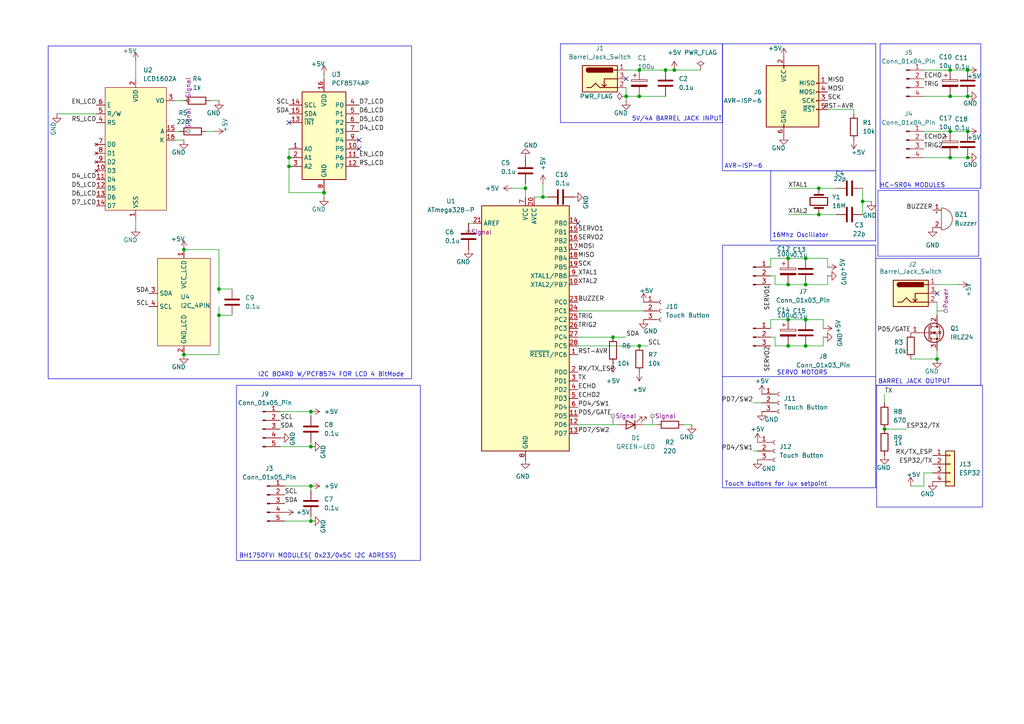
<source format=kicad_sch>
(kicad_sch (version 20250114) (generator "eeschema") (generator_version "9.0")
  (paper "A4")
  (lib_symbols
    (symbol "Connector:AVR-ISP-6" (pin_names (offset 1.016))
      (property "Reference" "J" (at -6.35 11.43 0))
      (property "Value" "AVR-ISP-6" (at 0 11.43 0))
      (symbol "AVR-ISP-6_1_1"
        (pin passive line (at -2.54 12.7 270) (length 2.54) (name "VCC") (number "2"))
        (pin passive line (at -2.54 -10.16 90) (length 2.54) (name "GND") (number "6"))
        (pin passive line (at 10.16 5.08 180) (length 2.54) (name "MISO") (number "1"))
        (pin passive line (at 10.16 2.54 180) (length 2.54) (name "MOSI") (number "4"))
        (pin passive line (at 10.16 0 180) (length 2.54) (name "SCK") (number "3"))
        (pin passive line (at 10.16 -2.54 180) (length 2.54) (name "~{RST}") (number "5"))
      )
    )
    (symbol "Connector:Barrel_Jack_Switch" (pin_names (hide yes))
      (property "Reference" "J" (at 0 5.334 0))
      (property "Value" "Barrel_Jack_Switch" (at 0 -5.08 0))
      (symbol "Barrel_Jack_Switch_1_1"
        (pin passive line (at 7.62 2.54 180) (length 2.54) (name "~") (number "1"))
        (pin passive line (at 7.62 0 180) (length 2.54) (name "~") (number "3"))
        (pin passive line (at 7.62 -2.54 180) (length 2.54) (name "~") (number "2"))
      )
    )
    (symbol "Connector:Conn_01x03_Pin" (pin_names (offset 1.016) (hide yes))
      (property "Reference" "J" (at 0 5.08 0))
      (property "Value" "Conn_01x03_Pin" (at 0 -5.08 0))
      (symbol "Conn_01x03_Pin_1_1"
        (pin passive line (at 5.08 2.54 180) (length 3.81) (name "Pin_1") (number "1"))
        (pin passive line (at 5.08 0 180) (length 3.81) (name "Pin_2") (number "2"))
        (pin passive line (at 5.08 -2.54 180) (length 3.81) (name "Pin_3") (number "3"))
      )
    )
    (symbol "Connector:Conn_01x03_Socket" (pin_names (offset 1.016) (hide yes))
      (property "Reference" "J" (at 0 5.08 0))
      (property "Value" "Conn_01x03_Socket" (at 0 -5.08 0))
      (symbol "Conn_01x03_Socket_1_1"
        (pin passive line (at -5.08 2.54 0) (length 3.81) (name "Pin_1") (number "1"))
        (pin passive line (at -5.08 0 0) (length 3.81) (name "Pin_2") (number "2"))
        (pin passive line (at -5.08 -2.54 0) (length 3.81) (name "Pin_3") (number "3"))
      )
    )
    (symbol "Connector:Conn_01x04_Pin" (pin_names (offset 1.016) (hide yes))
      (property "Reference" "J" (at 0 5.08 0))
      (property "Value" "Conn_01x04_Pin" (at 0 -7.62 0))
      (symbol "Conn_01x04_Pin_1_1"
        (pin passive line (at 5.08 2.54 180) (length 3.81) (name "Pin_1") (number "1"))
        (pin passive line (at 5.08 0 180) (length 3.81) (name "Pin_2") (number "2"))
        (pin passive line (at 5.08 -2.54 180) (length 3.81) (name "Pin_3") (number "3"))
        (pin passive line (at 5.08 -5.08 180) (length 3.81) (name "Pin_4") (number "4"))
      )
    )
    (symbol "Connector:Conn_01x05_Pin" (pin_names (offset 1.016) (hide yes))
      (property "Reference" "J" (at 0 7.62 0))
      (property "Value" "Conn_01x05_Pin" (at 0 -7.62 0))
      (symbol "Conn_01x05_Pin_1_1"
        (pin passive line (at 5.08 5.08 180) (length 3.81) (name "Pin_1") (number "1"))
        (pin passive line (at 5.08 2.54 180) (length 3.81) (name "Pin_2") (number "2"))
        (pin passive line (at 5.08 0 180) (length 3.81) (name "Pin_3") (number "3"))
        (pin passive line (at 5.08 -2.54 180) (length 3.81) (name "Pin_4") (number "4"))
        (pin passive line (at 5.08 -5.08 180) (length 3.81) (name "Pin_5") (number "5"))
      )
    )
    (symbol "Connector_Generic:Conn_01x04" (pin_names (offset 1.016) (hide yes))
      (property "Reference" "J" (at 0 5.08 0))
      (property "Value" "Conn_01x04" (at 0 -7.62 0))
      (symbol "Conn_01x04_1_1"
        (pin passive line (at -5.08 2.54 0) (length 3.81) (name "Pin_1") (number "1"))
        (pin passive line (at -5.08 0 0) (length 3.81) (name "Pin_2") (number "2"))
        (pin passive line (at -5.08 -2.54 0) (length 3.81) (name "Pin_3") (number "3"))
        (pin passive line (at -5.08 -5.08 0) (length 3.81) (name "Pin_4") (number "4"))
      )
    )
    (symbol "Device:Buzzer" (pin_names (offset 0.0254) (hide yes))
      (property "Reference" "BZ" (at 3.81 1.27 0))
      (property "Value" "Buzzer" (at 3.81 -1.27 0))
      (symbol "Buzzer_1_1"
        (pin passive line (at -2.54 2.54 0) (length 2.54) (name "+") (number "1"))
        (pin passive line (at -2.54 -2.54 0) (length 2.54) (name "-") (number "2"))
      )
    )
    (symbol "Device:C" (pin_numbers (hide yes)) (pin_names (offset 0.254))
      (property "Reference" "C" (at 0.635 2.54 0))
      (property "Value" "C" (at 0.635 -2.54 0))
      (symbol "C_1_1"
        (pin passive line (at 0 3.81 270) (length 2.794) (name "~") (number "1"))
        (pin passive line (at 0 -3.81 90) (length 2.794) (name "~") (number "2"))
      )
    )
    (symbol "Device:C_Polarized" (pin_numbers (hide yes)) (pin_names (offset 0.254))
      (property "Reference" "C" (at 0.635 2.54 0))
      (property "Value" "C_Polarized" (at 0.635 -2.54 0))
      (symbol "C_Polarized_1_1"
        (pin passive line (at 0 3.81 270) (length 2.794) (name "~") (number "1"))
        (pin passive line (at 0 -3.81 90) (length 2.794) (name "~") (number "2"))
      )
    )
    (symbol "Device:Crystal" (pin_numbers (hide yes)) (pin_names (offset 1.016) (hide yes))
      (property "Reference" "Y" (at 0 3.81 0))
      (property "Value" "Crystal" (at 0 -3.81 0))
      (symbol "Crystal_1_1"
        (pin passive line (at -3.81 0 0) (length 1.27) (name "1") (number "1"))
        (pin passive line (at 3.81 0 180) (length 1.27) (name "2") (number "2"))
      )
    )
    (symbol "Device:LED" (pin_numbers (hide yes)) (pin_names (offset 1.016) (hide yes))
      (property "Reference" "D" (at 0 2.54 0))
      (property "Value" "LED" (at 0 -2.54 0))
      (symbol "LED_1_1"
        (pin passive line (at -3.81 0 0) (length 2.54) (name "K") (number "1"))
        (pin passive line (at 3.81 0 180) (length 2.54) (name "A") (number "2"))
      )
    )
    (symbol "Device:R" (pin_numbers (hide yes)) (pin_names (offset 0))
      (property "Reference" "R" (at 2.032 0 90))
      (property "Value" "R" (at 0 0 90))
      (symbol "R_1_1"
        (pin passive line (at 0 3.81 270) (length 1.27) (name "~") (number "1"))
        (pin passive line (at 0 -3.81 90) (length 1.27) (name "~") (number "2"))
      )
    )
    (symbol "Interface_Expansion:PCF8574AP"
      (property "Reference" "U" (at -6.35 12.954 0))
      (property "Value" "PCF8574AP" (at 3.048 12.954 0))
      (symbol "PCF8574AP_1_1"
        (pin input line (at -10.16 7.62 0) (length 3.81) (name "SCL") (number "14"))
        (pin bidirectional line (at -10.16 5.08 0) (length 3.81) (name "SDA") (number "15"))
        (pin open_collector line (at -10.16 2.54 0) (length 3.81) (name "~{INT}") (number "13"))
        (pin input line (at -10.16 -5.08 0) (length 3.81) (name "A0") (number "1"))
        (pin input line (at -10.16 -7.62 0) (length 3.81) (name "A1") (number "2"))
        (pin input line (at -10.16 -10.16 0) (length 3.81) (name "A2") (number "3"))
        (pin power_in line (at 0 15.24 270) (length 3.81) (name "VDD") (number "16"))
        (pin power_in line (at 0 -17.78 90) (length 3.81) (name "GND") (number "8"))
        (pin bidirectional line (at 10.16 7.62 180) (length 3.81) (name "P0") (number "4"))
        (pin bidirectional line (at 10.16 5.08 180) (length 3.81) (name "P1") (number "5"))
        (pin bidirectional line (at 10.16 2.54 180) (length 3.81) (name "P2") (number "6"))
        (pin bidirectional line (at 10.16 0 180) (length 3.81) (name "P3") (number "7"))
        (pin bidirectional line (at 10.16 -2.54 180) (length 3.81) (name "P4") (number "9"))
        (pin bidirectional line (at 10.16 -5.08 180) (length 3.81) (name "P5") (number "10"))
        (pin bidirectional line (at 10.16 -7.62 180) (length 3.81) (name "P6") (number "11"))
        (pin bidirectional line (at 10.16 -10.16 180) (length 3.81) (name "P7") (number "12"))
      )
    )
    (symbol "MCU_Microchip_ATmega:ATmega328-P"
      (property "Reference" "U" (at -12.7 36.83 0))
      (property "Value" "ATmega328-P" (at 2.54 -36.83 0))
      (symbol "ATmega328-P_1_1"
        (pin passive line (at -15.24 30.48 0) (length 2.54) (name "AREF") (number "21"))
        (pin power_in line (at 0 38.1 270) (length 2.54) (name "VCC") (number "7"))
        (pin passive line (at 0 -38.1 90) (length 2.54) (hide yes) (name "GND") (number "22"))
        (pin power_in line (at 0 -38.1 90) (length 2.54) (name "GND") (number "8"))
        (pin power_in line (at 2.54 38.1 270) (length 2.54) (name "AVCC") (number "20"))
        (pin bidirectional line (at 15.24 30.48 180) (length 2.54) (name "PB0") (number "14"))
        (pin bidirectional line (at 15.24 27.94 180) (length 2.54) (name "PB1") (number "15"))
        (pin bidirectional line (at 15.24 25.4 180) (length 2.54) (name "PB2") (number "16"))
        (pin bidirectional line (at 15.24 22.86 180) (length 2.54) (name "PB3") (number "17"))
        (pin bidirectional line (at 15.24 20.32 180) (length 2.54) (name "PB4") (number "18"))
        (pin bidirectional line (at 15.24 17.78 180) (length 2.54) (name "PB5") (number "19"))
        (pin bidirectional line (at 15.24 15.24 180) (length 2.54) (name "XTAL1/PB6") (number "9"))
        (pin bidirectional line (at 15.24 12.7 180) (length 2.54) (name "XTAL2/PB7") (number "10"))
        (pin bidirectional line (at 15.24 7.62 180) (length 2.54) (name "PC0") (number "23"))
        (pin bidirectional line (at 15.24 5.08 180) (length 2.54) (name "PC1") (number "24"))
        (pin bidirectional line (at 15.24 2.54 180) (length 2.54) (name "PC2") (number "25"))
        (pin bidirectional line (at 15.24 0 180) (length 2.54) (name "PC3") (number "26"))
        (pin bidirectional line (at 15.24 -2.54 180) (length 2.54) (name "PC4") (number "27"))
        (pin bidirectional line (at 15.24 -5.08 180) (length 2.54) (name "PC5") (number "28"))
        (pin bidirectional line (at 15.24 -7.62 180) (length 2.54) (name "~{RESET}/PC6") (number "1"))
        (pin bidirectional line (at 15.24 -12.7 180) (length 2.54) (name "PD0") (number "2"))
        (pin bidirectional line (at 15.24 -15.24 180) (length 2.54) (name "PD1") (number "3"))
        (pin bidirectional line (at 15.24 -17.78 180) (length 2.54) (name "PD2") (number "4"))
        (pin bidirectional line (at 15.24 -20.32 180) (length 2.54) (name "PD3") (number "5"))
        (pin bidirectional line (at 15.24 -22.86 180) (length 2.54) (name "PD4") (number "6"))
        (pin bidirectional line (at 15.24 -25.4 180) (length 2.54) (name "PD5") (number "11"))
        (pin bidirectional line (at 15.24 -27.94 180) (length 2.54) (name "PD6") (number "12"))
        (pin bidirectional line (at 15.24 -30.48 180) (length 2.54) (name "PD7") (number "13"))
      )
    )
    (symbol "Transistor_FET:IRLZ24" (pin_names (hide yes))
      (property "Reference" "Q" (at 5.08 1.905 0))
      (property "Value" "IRLZ24" (at 5.08 0 0))
      (symbol "IRLZ24_1_1"
        (pin input line (at -5.08 0 0) (length 2.54) (name "G") (number "1"))
        (pin passive line (at 2.54 5.08 270) (length 2.54) (name "D") (number "2"))
        (pin passive line (at 2.54 -5.08 90) (length 2.54) (name "S") (number "3"))
      )
    )
    (symbol "lcd1602A:I2C_PCF8574_4PIN"
      (symbol "I2C_PCF8574_4PIN_1_1"
        (pin passive line (at -10.16 2.54 0) (length 2.54) (name "SDA") (number "3"))
        (pin passive line (at -10.16 -1.27 0) (length 2.54) (name "SCL") (number "4"))
        (pin power_in line (at 0 15.24 270) (length 2.54) (name "VCC_LCD") (number "1"))
        (pin power_in line (at 0 -15.24 90) (length 2.54) (name "GND_LCD") (number "2"))
      )
    )
    (symbol "lcd1602A:LCD1602A"
      (property "Reference" "U" (at 0 0 0))
      (property "Value" "LCD1602A" (at 5.842 -19.05 0))
      (symbol "LCD1602A_1_1"
        (pin input line (at -11.43 12.7 0) (length 2.54) (name "E") (number "6"))
        (pin input line (at -11.43 10.16 0) (length 2.54) (name "R/W") (number "5"))
        (pin input line (at -11.43 7.62 0) (length 2.54) (name "RS") (number "4"))
        (pin no_connect line (at -11.43 1.27 0) (length 2.54) (name "D0") (number "7"))
        (pin no_connect line (at -11.43 -1.27 0) (length 2.54) (name "D1") (number "8"))
        (pin no_connect line (at -11.43 -3.81 0) (length 2.54) (name "D2") (number "9"))
        (pin no_connect line (at -11.43 -6.35 0) (length 2.54) (name "D3") (number "10"))
        (pin bidirectional line (at -11.43 -8.89 0) (length 2.54) (name "D4") (number "11"))
        (pin bidirectional line (at -11.43 -11.43 0) (length 2.54) (name "D5") (number "12"))
        (pin bidirectional line (at -11.43 -13.97 0) (length 2.54) (name "D6") (number "13"))
        (pin bidirectional line (at -11.43 -16.51 0) (length 2.54) (name "D7") (number "14"))
        (pin power_in line (at 0 20.32 270) (length 2.54) (name "VDD") (number "2"))
        (pin power_in line (at 0 -20.32 90) (length 2.54) (name "VSS") (number "1"))
        (pin input line (at 11.43 13.97 180) (length 2.54) (name "VO") (number "3"))
        (pin output line (at 11.43 5.08 180) (length 2.54) (name "A") (number "15"))
        (pin input line (at 11.43 2.54 180) (length 2.54) (name "K") (number "16"))
      )
    )
    (symbol "power:+5V" (power) (pin_numbers (hide yes)) (pin_names (offset 0) (hide yes))
      (property "Value" "+5V" (at 0 3.556 0))
      (symbol "+5V_1_1"
        (pin power_in line (at 0 0 90) (length 0) (name "~") (number "1"))
      )
    )
    (symbol "power:GND" (power) (pin_numbers (hide yes)) (pin_names (offset 0) (hide yes))
      (property "Value" "GND" (at 0 -3.81 0))
      (symbol "GND_1_1"
        (pin power_in line (at 0 0 270) (length 0) (name "~") (number "1"))
      )
    )
    (symbol "power:PWR_FLAG" (power) (pin_numbers (hide yes)) (pin_names (offset 0) (hide yes))
      (property "Value" "PWR_FLAG" (at 0 3.81 0))
      (symbol "PWR_FLAG_0_0"
        (pin power_out line (at 0 0 90) (length 0) (name "~") (number "1"))
      )
    )
  )
  (rectangle (start 68.58 111.76) (end 121.92 162.56))
  (rectangle (start 255.27 12.7) (end 284.48 54.61))
  (rectangle (start 162.56 12.7) (end 209.55 35.56))
  (rectangle (start 13.97 13.335) (end 119.38 109.855))
  (rectangle (start 209.55 12.7) (end 254 49.53))
  (rectangle (start 254.635 55.245) (end 283.845 74.295))
  (rectangle (start 209.55 71.12) (end 254 109.22))
  (rectangle (start 223.52 49.53) (end 254 69.85))
  (rectangle (start 254 74.93) (end 284.48 111.76))
  (rectangle (start 254.254 111.76) (end 284.988 147.066))
  (text "I2C BOARD W/PCF8574 FOR LCD 4 BitMode\n" (at 96.012 108.712 0) (effects (font (size 1.27 1.27))))
  (text "Touch buttons for lux setpoint\n" (at 225.044 140.462 0) (effects (font (size 1.27 1.27))))
  (text "16Mhz Oscillator" (at 232.156 68.326 0) (effects (font (size 1.27 1.27))))
  (text "5V/4A BARREL JACK INPUT\n" (at 196.342 34.544 0) (effects (font (size 1.27 1.27))))
  (text "SERVO MOTORS\n" (at 232.664 108.204 0) (effects (font (size 1.27 1.27))))
  (text "BH1750FVI MODULES( 0x23/0x5C I2C ADRESS)\n" (at 92.202 161.29 0) (effects (font (size 1.27 1.27))))
  (text "AVR-ISP-6\n" (at 215.646 48.26 0) (effects (font (size 1.27 1.27))))
  (text "BARREL JACK OUTPUT" (at 265.176 110.744 0) (effects (font (size 1.27 1.27))))
  (text "HC-SR04 MODULES\n" (at 264.668 53.848 0) (effects (font (size 1.27 1.27))))
  (junction (at 90.17 151.13))
  (junction (at 177.8 97.79))
  (junction (at 256.54 124.46))
  (junction (at 93.98 55.88))
  (junction (at 185.42 100.33))
  (junction (at 228.6 82.55))
  (junction (at 280.67 27.94))
  (junction (at 181.61 27.94))
  (junction (at 228.6 100.33))
  (junction (at 233.68 74.93))
  (junction (at 90.17 119.38))
  (junction (at 53.34 72.39))
  (junction (at 280.67 20.32))
  (junction (at 275.59 20.32))
  (junction (at 83.82 48.26))
  (junction (at 233.68 100.33))
  (junction (at 275.59 27.94))
  (junction (at 228.6 74.93))
  (junction (at 237.49 62.23))
  (junction (at 280.67 45.72))
  (junction (at 185.42 20.32))
  (junction (at 53.34 102.87))
  (junction (at 152.4 54.61))
  (junction (at 233.68 82.55))
  (junction (at 83.82 45.72))
  (junction (at 228.6 92.71))
  (junction (at 275.59 45.72))
  (junction (at 271.78 104.14))
  (junction (at 193.04 20.32))
  (junction (at 233.68 92.71))
  (junction (at 275.59 38.1))
  (junction (at 195.58 20.32))
  (junction (at 90.17 129.54))
  (junction (at 185.42 27.94))
  (junction (at 280.67 38.1))
  (junction (at 63.5 83.82))
  (junction (at 90.17 140.97))
  (junction (at 250.19 58.42))
  (junction (at 157.48 57.15))
  (junction (at 237.49 54.61))
  (junction (at 63.5 91.44))
  (no_connect (at 104.14 40.64))
  (no_connect (at 167.64 64.77))
  (no_connect (at 104.14 43.18))
  (no_connect (at 83.82 35.56))
  (no_connect (at 271.78 85.09))
  (no_connect (at 181.61 22.86))
  (wire (pts (xy 280.67 20.32) (xy 275.59 20.32)))
  (wire (pts (xy 135.89 64.77) (xy 137.16 64.77)))
  (wire (pts (xy 223.52 97.79) (xy 224.79 97.79)))
  (wire (pts (xy 93.98 57.15) (xy 93.98 55.88)))
  (wire (pts (xy 63.5 83.82) (xy 63.5 85.09)))
  (wire (pts (xy 63.5 72.39) (xy 63.5 83.82)))
  (wire (pts (xy 233.68 92.71) (xy 238.76 92.71)))
  (wire (pts (xy 228.6 100.33) (xy 233.68 100.33)))
  (wire (pts (xy 90.17 128.27) (xy 90.17 129.54)))
  (wire (pts (xy 224.79 80.01) (xy 224.79 82.55)))
  (wire (pts (xy 280.67 38.1) (xy 275.59 38.1)))
  (wire (pts (xy 238.76 92.71) (xy 238.76 95.25)))
  (polyline (pts (xy 254 109.22) (xy 254 141.478)))
  (wire (pts (xy 228.6 82.55) (xy 233.68 82.55)))
  (wire (pts (xy 237.49 62.23) (xy 242.57 62.23)))
  (wire (pts (xy 275.59 38.1) (xy 267.97 38.1)))
  (wire (pts (xy 250.19 54.61) (xy 250.19 58.42)))
  (wire (pts (xy 181.61 27.94) (xy 181.61 29.21)))
  (wire (pts (xy 63.5 91.44) (xy 63.5 102.87)))
  (wire (pts (xy 53.34 29.21) (xy 50.8 29.21)))
  (wire (pts (xy 233.68 100.33) (xy 238.76 100.33)))
  (wire (pts (xy 250.19 58.42) (xy 252.73 58.42)))
  (wire (pts (xy 271.78 104.14) (xy 271.78 101.6)))
  (wire (pts (xy 223.52 92.71) (xy 228.6 92.71)))
  (wire (pts (xy 152.4 54.61) (xy 148.59 54.61)))
  (wire (pts (xy 63.5 83.82) (xy 67.31 83.82)))
  (wire (pts (xy 157.48 57.15) (xy 154.94 57.15)))
  (wire (pts (xy 195.58 20.32) (xy 203.2 20.32)))
  (wire (pts (xy 185.42 100.33) (xy 167.64 100.33)))
  (wire (pts (xy 16.51 33.02) (xy 27.94 33.02)))
  (wire (pts (xy 224.79 82.55) (xy 228.6 82.55)))
  (wire (pts (xy 271.78 87.63) (xy 271.78 91.44)))
  (wire (pts (xy 278.13 82.55) (xy 271.78 82.55)))
  (wire (pts (xy 90.17 140.97) (xy 82.55 140.97)))
  (wire (pts (xy 256.54 114.3) (xy 256.54 116.84)))
  (wire (pts (xy 90.17 151.13) (xy 82.55 151.13)))
  (wire (pts (xy 190.5 123.19) (xy 186.69 123.19)))
  (wire (pts (xy 240.03 82.55) (xy 240.03 80.01)))
  (wire (pts (xy 39.37 63.5) (xy 39.37 66.04)))
  (wire (pts (xy 218.44 130.81) (xy 219.71 130.81)))
  (wire (pts (xy 247.65 31.75) (xy 247.65 33.02)))
  (wire (pts (xy 53.34 40.64) (xy 50.8 40.64)))
  (wire (pts (xy 275.59 20.32) (xy 267.97 20.32)))
  (polyline (pts (xy 209.55 109.22) (xy 209.55 141.478)))
  (wire (pts (xy 280.67 45.72) (xy 275.59 45.72)))
  (wire (pts (xy 90.17 140.97) (xy 90.17 142.24)))
  (wire (pts (xy 275.59 27.94) (xy 267.97 27.94)))
  (wire (pts (xy 83.82 48.26) (xy 83.82 55.88)))
  (wire (pts (xy 224.79 97.79) (xy 224.79 100.33)))
  (wire (pts (xy 238.76 100.33) (xy 238.76 97.79)))
  (wire (pts (xy 63.5 29.21) (xy 60.96 29.21)))
  (wire (pts (xy 39.37 17.78) (xy 39.37 22.86)))
  (wire (pts (xy 90.17 149.86) (xy 90.17 151.13)))
  (wire (pts (xy 280.67 27.94) (xy 275.59 27.94)))
  (wire (pts (xy 52.07 38.1) (xy 50.8 38.1)))
  (wire (pts (xy 185.42 20.32) (xy 193.04 20.32)))
  (wire (pts (xy 200.66 123.19) (xy 198.12 123.19)))
  (wire (pts (xy 62.23 38.1) (xy 59.69 38.1)))
  (wire (pts (xy 83.82 45.72) (xy 83.82 48.26)))
  (wire (pts (xy 152.4 54.61) (xy 152.4 57.15)))
  (wire (pts (xy 187.96 100.33) (xy 185.42 100.33)))
  (wire (pts (xy 63.5 102.87) (xy 53.34 102.87)))
  (wire (pts (xy 53.34 72.39) (xy 63.5 72.39)))
  (wire (pts (xy 63.5 91.44) (xy 67.31 91.44)))
  (polyline (pts (xy 209.55 141.478) (xy 254 141.478)))
  (wire (pts (xy 90.17 119.38) (xy 90.17 120.65)))
  (wire (pts (xy 256.54 124.46) (xy 262.89 124.46)))
  (wire (pts (xy 177.8 97.79) (xy 167.64 97.79)))
  (wire (pts (xy 275.59 45.72) (xy 267.97 45.72)))
  (wire (pts (xy 250.19 58.42) (xy 250.19 62.23)))
  (wire (pts (xy 181.61 25.4) (xy 181.61 27.94)))
  (wire (pts (xy 264.16 104.14) (xy 271.78 104.14)))
  (wire (pts (xy 63.5 88.9) (xy 63.5 91.44)))
  (wire (pts (xy 240.03 31.75) (xy 247.65 31.75)))
  (wire (pts (xy 223.52 80.01) (xy 224.79 80.01)))
  (wire (pts (xy 233.68 74.93) (xy 240.03 74.93)))
  (wire (pts (xy 223.52 77.47) (xy 223.52 74.93)))
  (wire (pts (xy 218.44 116.84) (xy 220.98 116.84)))
  (wire (pts (xy 167.64 90.17) (xy 186.69 90.17)))
  (wire (pts (xy 181.61 27.94) (xy 185.42 27.94)))
  (wire (pts (xy 158.75 57.15) (xy 157.48 57.15)))
  (wire (pts (xy 267.97 137.16) (xy 267.97 140.97)))
  (wire (pts (xy 185.42 27.94) (xy 193.04 27.94)))
  (wire (pts (xy 157.48 57.15) (xy 157.48 53.34)))
  (wire (pts (xy 223.52 95.25) (xy 223.52 92.71)))
  (wire (pts (xy 90.17 119.38) (xy 81.28 119.38)))
  (wire (pts (xy 228.6 54.61) (xy 237.49 54.61)))
  (wire (pts (xy 224.79 100.33) (xy 228.6 100.33)))
  (wire (pts (xy 223.52 74.93) (xy 228.6 74.93)))
  (wire (pts (xy 93.98 21.59) (xy 93.98 22.86)))
  (wire (pts (xy 167.64 123.19) (xy 179.07 123.19)))
  (wire (pts (xy 264.16 140.97) (xy 267.97 140.97)))
  (wire (pts (xy 237.49 54.61) (xy 242.57 54.61)))
  (wire (pts (xy 233.68 82.55) (xy 240.03 82.55)))
  (wire (pts (xy 177.8 97.79) (xy 181.61 97.79)))
  (wire (pts (xy 181.61 20.32) (xy 185.42 20.32)))
  (wire (pts (xy 152.4 53.34) (xy 152.4 54.61)))
  (wire (pts (xy 270.51 137.16) (xy 267.97 137.16)))
  (wire (pts (xy 228.6 74.93) (xy 233.68 74.93)))
  (wire (pts (xy 228.6 92.71) (xy 233.68 92.71)))
  (wire (pts (xy 240.03 74.93) (xy 240.03 77.47)))
  (wire (pts (xy 90.17 129.54) (xy 81.28 129.54)))
  (wire (pts (xy 83.82 43.18) (xy 83.82 45.72)))
  (wire (pts (xy 193.04 20.32) (xy 195.58 20.32)))
  (wire (pts (xy 228.6 62.23) (xy 237.49 62.23)))
  (wire (pts (xy 83.82 55.88) (xy 93.98 55.88)))
  (label "SCK" (at 240.03 29.21 0))
  (label "ESP32{slash}TX" (at 270.51 134.62 180))
  (label "BUZZER" (at 270.51 60.96 180))
  (label "SDA" (at 82.55 146.05 0))
  (label "PD5{slash}GATE" (at 167.64 120.65 0))
  (label "XTAL2" (at 167.64 82.55 0))
  (label "RS_LCD" (at 27.94 35.56 180))
  (label "SCL" (at 187.96 100.33 0))
  (label "ECHO2" (at 267.97 40.64 0))
  (label "RST-AVR" (at 247.65 31.75 180))
  (label "SERVO2" (at 167.64 69.85 0))
  (label "MOSI" (at 167.64 72.39 0))
  (label "PD7{slash}SW2" (at 167.64 125.73 0))
  (label "D7_LCD" (at 104.14 30.48 0))
  (label "XTAL1" (at 167.64 80.01 0))
  (label "TX" (at 256.54 114.3 0))
  (label "EN_LCD" (at 104.14 45.72 0))
  (label "SCK" (at 167.64 77.47 0))
  (label "SERVO1" (at 223.52 82.55 270))
  (label "D4_LCD" (at 104.14 38.1 0))
  (label "PD7{slash}SW2" (at 218.44 116.84 180))
  (label "SDA" (at 43.18 85.09 180))
  (label "D5_LCD" (at 104.14 35.56 0))
  (label "TRIG" (at 267.97 25.4 0))
  (label "ECHO" (at 167.64 113.03 0))
  (label "D6_LCD" (at 27.94 57.15 180))
  (label "RX{slash}TX_ESP" (at 270.51 132.08 180))
  (label "TRIG" (at 167.64 92.71 0))
  (label "SERVO2" (at 223.52 100.33 270))
  (label "XTAL2" (at 228.6 62.23 0))
  (label "SCL" (at 82.55 143.51 0))
  (label "SDA" (at 83.82 33.02 180))
  (label "D6_LCD" (at 104.14 33.02 0))
  (label "TRIG2" (at 267.97 43.18 0))
  (label "SCL" (at 43.18 88.9 180))
  (label "RX{slash}TX_ESP" (at 167.64 107.95 0))
  (label "PD4{slash}SW1" (at 218.44 130.81 180))
  (label "ECHO2" (at 167.64 115.57 0))
  (label "EN_LCD" (at 27.94 30.48 180))
  (label "SERVO1" (at 167.64 67.31 0))
  (label "MISO" (at 240.03 24.13 0))
  (label "XTAL1" (at 228.6 54.61 0))
  (label "PD4{slash}SW1" (at 167.64 118.11 0))
  (label "SDA" (at 181.61 97.79 0))
  (label "MOSI" (at 240.03 26.67 0))
  (label "RST-AVR" (at 167.64 102.87 0))
  (label "SCL" (at 81.28 121.92 0))
  (label "BUZZER" (at 167.64 87.63 0))
  (label "MISO" (at 167.64 74.93 0))
  (label "SCL" (at 83.82 30.48 180))
  (label "RS_LCD" (at 104.14 48.26 0))
  (label "PD5{slash}GATE" (at 264.16 96.52 180))
  (label "D4_LCD" (at 27.94 52.07 180))
  (label "ESP32{slash}TX" (at 262.89 124.46 0))
  (label "TRIG2" (at 167.64 95.25 0))
  (label "TX" (at 167.64 110.49 0))
  (label "ECHO" (at 267.97 22.86 0))
  (label "SDA" (at 81.28 124.46 0))
  (label "D5_LCD" (at 27.94 54.61 180))
  (label "D7_LCD" (at 27.94 59.69 180))
  (netclass_flag "" (length 2.54) (shape round) (at 189.23 123.19 0) (property "Netclass" "Signal" (at 189.9285 120.65 0) (effects (justify left))))
  (netclass_flag "" (length 2.54) (shape round) (at 52.07 38.1 270) (property "Netclass" "Signal" (at 54.61 37.4015 90) (effects (justify left))))
  (netclass_flag "" (length 2.54) (shape round) (at 177.8 123.19 0) (property "Netclass" "Signal" (at 178.4985 120.65 0) (effects (justify left))))
  (netclass_flag "" (length 2.54) (shape round) (at 135.89 64.77 180) (property "Netclass" "Signal" (at 136.5885 67.31 0) (effects (justify left))))
  (netclass_flag "" (length 2.54) (shape round) (at 52.07 29.21 270) (property "Netclass" "Signal" (at 54.61 28.5115 90) (effects (justify left))))
  (netclass_flag "" (length 2.54) (shape round) (at 271.78 90.17 270) (property "Netclass" "Power" (at 274.32 89.4715 90) (effects (justify left))))
  (symbol (lib_id "power:+5V") (at 280.67 20.32 270) (unit 1)
    (property "Reference" "#PWR013" (effects (hide yes)))
    (property "Value" "+5V" (at 280.416 22.098 90) (effects (justify left)))
    (property "Description" "Power symbol creates a global label with name \"+5V\"" (effects (hide yes)))
  )
  (symbol (lib_id "power:GND") (at 252.73 58.42 0) (unit 1)
    (property "Reference" "#PWR09" (effects (hide yes)))
    (property "Value" "GND" (at 252.222 62.484 0))
    (property "Description" "Power symbol creates a global label with name \"GND\" , ground" (effects (hide yes)))
  )
  (symbol (lib_id "power:+5V") (at 238.76 95.25 270) (unit 1)
    (property "Reference" "#PWR024" (effects (hide yes)))
    (property "Value" "+5V" (at 243.078 94.742 0))
    (property "Description" "Power symbol creates a global label with name \"+5V\"" (effects (hide yes)))
  )
  (symbol (lib_id "power:GND") (at 93.98 57.15 0) (unit 1)
    (property "Reference" "#PWR036" (effects (hide yes)))
    (property "Value" "GND" (at 92.456 60.706 0))
    (property "Description" "Power symbol creates a global label with name \"GND\" , ground" (effects (hide yes)))
  )
  (symbol (lib_id "Device:C") (at 246.38 62.23 90) (unit 1)
    (property "Reference" "C3" (at 249.174 65.278 90))
    (property "Value" "22p" (at 249.174 67.818 90))
    (property "Footprint" "Capacitor_THT:C_Disc_D3.0mm_W2.0mm_P2.50mm" (effects (hide yes)))
    (property "Description" "Unpolarized capacitor" (effects (hide yes)))
  )
  (symbol (lib_id "power:GND") (at 90.17 129.54 90) (unit 1)
    (property "Reference" "#PWR033" (effects (hide yes)))
    (property "Value" "GND" (at 93.726 131.064 0))
    (property "Description" "Power symbol creates a global label with name \"GND\" , ground" (effects (hide yes)))
  )
  (symbol (lib_id "Device:Buzzer") (at 273.05 63.5 0) (unit 1)
    (property "Reference" "BZ1" (at 276.86 62.2299 0) (effects (justify left)))
    (property "Value" "Buzzer" (at 276.86 64.7699 0) (effects (justify left)))
    (property "Footprint" "Buzzer_Beeper:Buzzer_12x9.5RM7.6" (effects (hide yes)))
    (property "Description" "Buzzer, polarized" (effects (hide yes)))
  )
  (symbol (lib_id "Device:C") (at 280.67 41.91 0) (unit 1)
    (property "Reference" "C18" (at 276.86 34.544 0) (effects (justify left)))
    (property "Value" "0.1u" (at 276.86 37.084 0) (effects (justify left)))
    (property "Footprint" "Capacitor_THT:C_Disc_D3.0mm_W2.0mm_P2.50mm" (effects (hide yes)))
    (property "Description" "Unpolarized capacitor" (effects (hide yes)))
  )
  (symbol (lib_id "Connector:Conn_01x03_Pin") (at 218.44 97.79 0) (unit 1)
    (property "Reference" "J8" (at 238.76 103.378 0))
    (property "Value" "Conn_01x03_Pin" (at 238.76 105.918 0))
    (property "Footprint" "Connector_PinHeader_2.54mm:PinHeader_1x03_P2.54mm_Vertical" (effects (hide yes)))
    (property "Description" "Generic connector, single row, 01x03, script generated" (effects (hide yes)))
  )
  (symbol (lib_id "Device:LED") (at 182.88 123.19 180) (unit 1)
    (property "Reference" "D1" (at 184.404 127 0))
    (property "Value" "GREEN-LED" (at 184.404 129.54 0))
    (property "Footprint" "LED_THT:LED_D5.0mm" (effects (hide yes)))
    (property "Description" "Light emitting diode" (effects (hide yes)))
    (property "Sim.Pins" "1=K 2=A" (effects (hide yes)))
  )
  (symbol (lib_id "Device:C") (at 233.68 78.74 0) (unit 1)
    (property "Reference" "C13" (at 229.87 72.39 0) (effects (justify left)))
    (property "Value" "0.1u" (at 229.87 73.914 0) (effects (justify left)))
    (property "Footprint" "Capacitor_THT:C_Disc_D3.0mm_W2.0mm_P2.50mm" (effects (hide yes)))
    (property "Description" "Unpolarized capacitor" (effects (hide yes)))
  )
  (symbol (lib_id "Device:C") (at 246.38 54.61 90) (unit 1)
    (property "Reference" "C4" (at 243.586 50.292 90))
    (property "Value" "22p" (at 243.586 51.816 90))
    (property "Footprint" "Capacitor_THT:C_Disc_D3.0mm_W2.0mm_P2.50mm" (effects (hide yes)))
    (property "Description" "Unpolarized capacitor" (effects (hide yes)))
  )
  (symbol (lib_id "Device:R") (at 177.8 101.6 0) (unit 1)
    (property "Reference" "R6" (at 180.34 100.3299 0) (effects (justify left)))
    (property "Value" "10k" (at 179.07 105.41 0) (effects (justify left)))
    (property "Footprint" "Resistor_THT:R_Axial_DIN0204_L3.6mm_D1.6mm_P5.08mm_Horizontal" (effects (hide yes)))
    (property "Description" "Resistor" (effects (hide yes)))
  )
  (symbol (lib_id "power:+5V") (at 264.16 140.97 0) (unit 1)
    (property "Reference" "#PWR051" (effects (hide yes)))
    (property "Value" "+5V" (at 264.922 137.668 0))
    (property "Description" "Power symbol creates a global label with name \"+5V\"" (effects (hide yes)))
  )
  (symbol (lib_id "lcd1602A:LCD1602A") (at 39.37 43.18 0) (unit 1)
    (property "Reference" "U2" (at 41.5133 20.32 0) (effects (justify left)))
    (property "Value" "LCD1602A" (at 41.5133 22.86 0) (effects (justify left)))
  )
  (symbol (lib_id "power:GND") (at 39.37 66.04 0) (unit 1)
    (property "Reference" "#PWR030" (effects (hide yes)))
    (property "Value" "GND" (at 37.846 69.596 0))
    (property "Description" "Power symbol creates a global label with name \"GND\" , ground" (effects (hide yes)))
  )
  (symbol (lib_id "power:GND") (at 90.17 151.13 90) (unit 1)
    (property "Reference" "#PWR05" (effects (hide yes)))
    (property "Value" "GND" (at 93.726 152.654 0))
    (property "Description" "Power symbol creates a global label with name \"GND\" , ground" (effects (hide yes)))
  )
  (symbol (lib_id "power:GND") (at 280.67 45.72 90) (unit 1)
    (property "Reference" "#PWR040" (effects (hide yes)))
    (property "Value" "GND" (at 281.432 47.752 90))
    (property "Description" "Power symbol creates a global label with name \"GND\" , ground" (effects (hide yes)))
  )
  (symbol (lib_id "power:+5V") (at 247.65 40.64 180) (unit 1)
    (property "Reference" "#PWR06" (effects (hide yes)))
    (property "Value" "+5V" (at 248.92 44.196 0))
    (property "Description" "Power symbol creates a global label with name \"+5V\"" (effects (hide yes)))
  )
  (symbol (lib_id "power:GND") (at 53.34 102.87 0) (unit 1)
    (property "Reference" "#PWR043" (effects (hide yes)))
    (property "Value" "GND" (at 51.816 106.426 0))
    (property "Description" "Power symbol creates a global label with name \"GND\" , ground" (effects (hide yes)))
  )
  (symbol (lib_id "power:GND") (at 16.51 33.02 0) (unit 1)
    (property "Reference" "#PWR031" (effects (hide yes)))
    (property "Value" "GND" (at 15.494 37.338 90))
    (property "Description" "Power symbol creates a global label with name \"GND\" , ground" (effects (hide yes)))
  )
  (symbol (lib_id "Device:C") (at 193.04 24.13 0) (unit 1)
    (property "Reference" "C2" (at 196.85 22.8599 0) (effects (justify left)))
    (property "Value" "0.1u" (at 196.85 25.3999 0) (effects (justify left)))
    (property "Footprint" "Capacitor_THT:C_Disc_D3.0mm_W2.0mm_P2.50mm" (effects (hide yes)))
    (property "Description" "Unpolarized capacitor" (effects (hide yes)))
  )
  (symbol (lib_id "Device:C") (at 67.31 87.63 0) (unit 1)
    (property "Reference" "C9" (at 71.12 86.3599 0) (effects (justify left)))
    (property "Value" "0.1u" (at 71.12 88.8999 0) (effects (justify left)))
    (property "Footprint" "Capacitor_THT:C_Disc_D3.0mm_W2.0mm_P2.50mm" (effects (hide yes)))
    (property "Description" "Unpolarized capacitor" (effects (hide yes)))
  )
  (symbol (lib_id "Connector:AVR-ISP-6") (at 229.87 29.21 0) (unit 1)
    (property "Reference" "J6" (at 220.98 26.6699 0) (effects (justify right)))
    (property "Value" "AVR-ISP-6" (at 220.98 29.2099 0) (effects (justify right)))
    (property "Footprint" "Connector_PinHeader_2.54mm:PinHeader_2x03_P2.54mm_Vertical" (effects (hide yes)))
    (property "Description" "Atmel 6-pin ISP connector" (effects (hide yes)))
  )
  (symbol (lib_id "Device:C") (at 280.67 24.13 0) (unit 1)
    (property "Reference" "C11" (at 276.86 16.764 0) (effects (justify left)))
    (property "Value" "0.1u" (at 276.86 19.304 0) (effects (justify left)))
    (property "Footprint" "Capacitor_THT:C_Disc_D3.0mm_W2.0mm_P2.50mm" (effects (hide yes)))
    (property "Description" "Unpolarized capacitor" (effects (hide yes)))
  )
  (symbol (lib_id "Device:R") (at 57.15 29.21 90) (unit 1)
    (property "Reference" "R4" (at 57.15 22.86 90))
    (property "Value" "1k" (at 57.15 25.4 90))
    (property "Description" "Resistor" (effects (hide yes)))
  )
  (symbol (lib_id "Device:C_Polarized") (at 228.6 78.74 0) (unit 1)
    (property "Reference" "C12" (at 225.298 72.136 0) (effects (justify left)))
    (property "Value" "100u" (at 225.298 73.66 0) (effects (justify left)))
    (property "Footprint" "Capacitor_THT:C_Radial_D6.3mm_H11.0mm_P2.50mm" (effects (hide yes)))
    (property "Description" "Polarized capacitor" (effects (hide yes)))
  )
  (symbol (lib_id "Connector:Conn_01x03_Socket") (at 191.77 90.17 0) (unit 1)
    (property "Reference" "J10" (at 193.04 88.8999 0) (effects (justify left)))
    (property "Value" "Touch Button" (at 193.04 91.4399 0) (effects (justify left)))
    (property "Footprint" "Connector_PinSocket_2.54mm:PinSocket_1x03_P2.54mm_Vertical" (effects (hide yes)))
    (property "Description" "Generic connector, single row, 01x03, script generated" (effects (hide yes)))
  )
  (symbol (lib_id "Connector:Conn_01x03_Pin") (at 218.44 80.01 0) (unit 1)
    (property "Reference" "J7" (at 232.918 84.582 0))
    (property "Value" "Conn_01x03_Pin" (at 232.918 87.122 0))
    (property "Footprint" "Connector_PinHeader_2.54mm:PinHeader_1x03_P2.54mm_Vertical" (effects (hide yes)))
    (property "Description" "Generic connector, single row, 01x03, script generated" (effects (hide yes)))
  )
  (symbol (lib_id "power:PWR_FLAG") (at 181.61 27.94 90) (unit 1)
    (property "Reference" "#FLG02" (effects (hide yes)))
    (property "Value" "PWR_FLAG" (at 177.8 27.9399 90) (effects (justify left)))
    (property "Description" "Special symbol for telling ERC where power comes from" (effects (hide yes)))
  )
  (symbol (lib_id "Connector:Barrel_Jack_Switch") (at 264.16 85.09 0) (unit 1)
    (property "Reference" "J2" (at 264.668 76.708 0))
    (property "Value" "Barrel_Jack_Switch" (at 264.16 78.74 0))
    (property "Footprint" "Connector_BarrelJack:BarrelJack_Horizontal" (effects (hide yes)))
    (property "Description" "DC Barrel Jack with an internal switch" (effects (hide yes)))
  )
  (symbol (lib_id "power:+5V") (at 93.98 21.59 0) (unit 1)
    (property "Reference" "#PWR035" (effects (hide yes)))
    (property "Value" "+5V" (at 92.202 18.542 0))
    (property "Description" "Power symbol creates a global label with name \"+5V\"" (effects (hide yes)))
  )
  (symbol (lib_id "power:GND") (at 220.98 119.38 0) (unit 1)
    (property "Reference" "#PWR08" (effects (hide yes)))
    (property "Value" "GND" (at 223.774 121.666 0))
    (property "Description" "Power symbol creates a global label with name \"GND\" , ground" (effects (hide yes)))
  )
  (symbol (lib_id "Device:R") (at 256.54 128.27 0) (unit 1)
    (property "Reference" "R9" (at 259.08 126.9999 0) (effects (justify left)))
    (property "Value" "1k" (at 259.334 128.524 0) (effects (justify left)))
    (property "Description" "Resistor" (effects (hide yes)))
  )
  (symbol (lib_id "Device:C") (at 152.4 49.53 180) (unit 1)
    (property "Reference" "C5" (at 145.288 47.244 0) (effects (justify right)))
    (property "Value" "0.1u" (at 145.288 49.784 0) (effects (justify right)))
    (property "Footprint" "Capacitor_THT:C_Disc_D3.0mm_W2.0mm_P2.50mm" (effects (hide yes)))
    (property "Description" "Unpolarized capacitor" (effects (hide yes)))
  )
  (symbol (lib_id "Connector:Barrel_Jack_Switch") (at 173.99 22.86 0) (unit 1)
    (property "Reference" "J1" (at 173.99 13.97 0))
    (property "Value" "Barrel_Jack_Switch" (at 173.99 16.51 0))
    (property "Footprint" "Connector_BarrelJack:BarrelJack_Horizontal" (effects (hide yes)))
    (property "Description" "DC Barrel Jack with an internal switch" (effects (hide yes)))
  )
  (symbol (lib_id "power:+5V") (at 82.55 148.59 270) (unit 1)
    (property "Reference" "#PWR010" (effects (hide yes)))
    (property "Value" "+5V" (at 85.852 148.59 90) (effects (justify left)))
    (property "Description" "Power symbol creates a global label with name \"+5V\"" (effects (hide yes)))
  )
  (symbol (lib_id "power:GND") (at 135.89 72.39 0) (unit 1)
    (property "Reference" "#PWR016" (effects (hide yes)))
    (property "Value" "GND" (at 134.366 75.946 0))
    (property "Description" "Power symbol creates a global label with name \"GND\" , ground" (effects (hide yes)))
  )
  (symbol (lib_id "Device:C") (at 90.17 146.05 0) (unit 1)
    (property "Reference" "C7" (at 93.98 144.7799 0) (effects (justify left)))
    (property "Value" "0.1u" (at 93.98 147.3199 0) (effects (justify left)))
    (property "Footprint" "Capacitor_THT:C_Disc_D3.0mm_W2.0mm_P2.50mm" (effects (hide yes)))
    (property "Description" "Unpolarized capacitor" (effects (hide yes)))
  )
  (symbol (lib_id "Connector:Conn_01x05_Pin") (at 77.47 146.05 0) (unit 1)
    (property "Reference" "J3" (at 78.105 135.89 0))
    (property "Value" "Conn_01x05_Pin" (at 78.105 138.43 0))
    (property "Footprint" "Connector_PinHeader_2.54mm:PinHeader_1x05_P2.54mm_Vertical" (effects (hide yes)))
    (property "Description" "Generic connector, single row, 01x05, script generated" (effects (hide yes)))
  )
  (symbol (lib_id "power:GND") (at 186.69 92.71 0) (unit 1)
    (property "Reference" "#PWR041" (effects (hide yes)))
    (property "Value" "GND" (at 188.722 96.012 0))
    (property "Description" "Power symbol creates a global label with name \"GND\" , ground" (effects (hide yes)))
  )
  (symbol (lib_id "power:+5V") (at 220.98 114.3 0) (unit 1)
    (property "Reference" "#PWR047" (effects (hide yes)))
    (property "Value" "+5V" (at 220.98 110.49 0))
    (property "Description" "Power symbol creates a global label with name \"+5V\"" (effects (hide yes)))
  )
  (symbol (lib_id "Device:R") (at 194.31 123.19 90) (unit 1)
    (property "Reference" "R2" (at 194.2465 128.27 90))
    (property "Value" "220" (at 194.2465 130.81 90))
    (property "Footprint" "Resistor_THT:R_Axial_DIN0204_L3.6mm_D1.6mm_P5.08mm_Horizontal" (effects (hide yes)))
    (property "Description" "Resistor" (effects (hide yes)))
  )
  (symbol (lib_id "power:+5V") (at 227.33 16.51 0) (unit 1)
    (property "Reference" "#PWR03" (effects (hide yes)))
    (property "Value" "+5V" (at 224.79 13.97 0))
    (property "Description" "Power symbol creates a global label with name \"+5V\"" (effects (hide yes)))
  )
  (symbol (lib_id "power:GND") (at 271.78 104.14 0) (unit 1)
    (property "Reference" "#PWR020" (effects (hide yes)))
    (property "Value" "GND" (at 270.256 107.696 0))
    (property "Description" "Power symbol creates a global label with name \"GND\" , ground" (effects (hide yes)))
  )
  (symbol (lib_id "Device:C_Polarized") (at 185.42 24.13 0) (unit 1)
    (property "Reference" "C1" (at 184.912 16.764 0) (effects (justify left)))
    (property "Value" "100u" (at 184.912 19.304 0) (effects (justify left)))
    (property "Footprint" "Capacitor_THT:C_Radial_D6.3mm_H11.0mm_P2.50mm" (effects (hide yes)))
    (property "Description" "Polarized capacitor" (effects (hide yes)))
  )
  (symbol (lib_id "power:GND") (at 166.37 57.15 90) (unit 1)
    (property "Reference" "#PWR046" (effects (hide yes)))
    (property "Value" "GND" (at 169.926 58.674 0))
    (property "Description" "Power symbol creates a global label with name \"GND\" , ground" (effects (hide yes)))
  )
  (symbol (lib_id "Device:C_Polarized") (at 275.59 24.13 0) (unit 1)
    (property "Reference" "C10" (at 272.288 16.51 0) (effects (justify left)))
    (property "Value" "10u" (at 272.288 19.05 0) (effects (justify left)))
    (property "Footprint" "Capacitor_THT:C_Radial_D6.3mm_H11.0mm_P2.50mm" (effects (hide yes)))
    (property "Description" "Polarized capacitor" (effects (hide yes)))
  )
  (symbol (lib_id "power:GND") (at 240.03 80.01 90) (unit 1)
    (property "Reference" "#PWR023" (effects (hide yes)))
    (property "Value" "GND" (at 244.856 80.772 0))
    (property "Description" "Power symbol creates a global label with name \"GND\" , ground" (effects (hide yes)))
  )
  (symbol (lib_id "Connector:Conn_01x03_Socket") (at 226.06 116.84 0) (unit 1)
    (property "Reference" "J11" (at 227.33 115.5699 0) (effects (justify left)))
    (property "Value" "Touch Button" (at 227.33 118.1099 0) (effects (justify left)))
    (property "Footprint" "Connector_PinSocket_2.54mm:PinSocket_1x03_P2.54mm_Vertical" (effects (hide yes)))
    (property "Description" "Generic connector, single row, 01x03, script generated" (effects (hide yes)))
  )
  (symbol (lib_id "power:GND") (at 219.71 133.35 0) (unit 1)
    (property "Reference" "#PWR017" (effects (hide yes)))
    (property "Value" "GND" (at 223.012 135.89 0))
    (property "Description" "Power symbol creates a global label with name \"GND\" , ground" (effects (hide yes)))
  )
  (symbol (lib_id "Transistor_FET:IRLZ24") (at 269.24 96.52 0) (unit 1)
    (property "Reference" "Q1" (at 275.59 95.2499 0) (effects (justify left)))
    (property "Value" "IRLZ24" (at 275.59 97.7899 0) (effects (justify left)))
    (property "Footprint" "Package_TO_SOT_THT:TO-220-3_Vertical" (effects (hide yes)))
    (property "Datasheet" "https://www.vishay.com/docs/91326/sihlz24.pdf" (effects (hide yes)))
    (property "Description" "17A Id, 60V Vds, N-Channel Power MOSFET, TO-220AB" (effects (hide yes)))
  )
  (symbol (lib_id "Device:C_Polarized") (at 275.59 41.91 0) (unit 1)
    (property "Reference" "C17" (at 272.288 34.29 0) (effects (justify left)))
    (property "Value" "10u" (at 272.288 36.83 0) (effects (justify left)))
    (property "Footprint" "Capacitor_THT:C_Radial_D6.3mm_H11.0mm_P2.50mm" (effects (hide yes)))
    (property "Description" "Polarized capacitor" (effects (hide yes)))
  )
  (symbol (lib_id "power:GND") (at 152.4 45.72 180) (unit 1)
    (property "Reference" "#PWR015" (effects (hide yes)))
    (property "Value" "GND" (at 153.924 42.164 0))
    (property "Description" "Power symbol creates a global label with name \"GND\" , ground" (effects (hide yes)))
  )
  (symbol (lib_id "Device:R") (at 256.54 120.65 0) (unit 1)
    (property "Reference" "R8" (at 259.08 119.3799 0) (effects (justify left)))
    (property "Value" "670" (at 259.08 121.9199 0) (effects (justify left)))
    (property "Description" "Resistor" (effects (hide yes)))
  )
  (symbol (lib_id "power:+5V") (at 148.59 54.61 90) (unit 1)
    (property "Reference" "#PWR014" (effects (hide yes)))
    (property "Value" "+5V" (at 144.78 54.6099 90) (effects (justify left)))
    (property "Description" "Power symbol creates a global label with name \"+5V\"" (effects (hide yes)))
  )
  (symbol (lib_id "power:GND") (at 63.5 29.21 0) (unit 1)
    (property "Reference" "#PWR026" (effects (hide yes)))
    (property "Value" "GND" (at 61.976 32.766 0))
    (property "Description" "Power symbol creates a global label with name \"GND\" , ground" (effects (hide yes)))
  )
  (symbol (lib_id "Device:C") (at 90.17 124.46 0) (unit 1)
    (property "Reference" "C8" (at 93.98 123.1899 0) (effects (justify left)))
    (property "Value" "0.1u" (at 93.98 125.7299 0) (effects (justify left)))
    (property "Footprint" "Capacitor_THT:C_Disc_D3.0mm_W2.0mm_P2.50mm" (effects (hide yes)))
    (property "Description" "Unpolarized capacitor" (effects (hide yes)))
  )
  (symbol (lib_id "power:GND") (at 181.61 29.21 0) (unit 1)
    (property "Reference" "#PWR02" (effects (hide yes)))
    (property "Value" "GND" (at 180.086 32.766 0))
    (property "Description" "Power symbol creates a global label with name \"GND\" , ground" (effects (hide yes)))
  )
  (symbol (lib_id "power:GND") (at 227.33 39.37 0) (unit 1)
    (property "Reference" "#PWR07" (effects (hide yes)))
    (property "Value" "GND" (at 225.806 42.926 0))
    (property "Description" "Power symbol creates a global label with name \"GND\" , ground" (effects (hide yes)))
  )
  (symbol (lib_id "power:+5V") (at 219.71 128.27 0) (unit 1)
    (property "Reference" "#PWR048" (effects (hide yes)))
    (property "Value" "+5V" (at 219.71 124.46 0))
    (property "Description" "Power symbol creates a global label with name \"+5V\"" (effects (hide yes)))
  )
  (symbol (lib_id "power:GND") (at 256.54 132.08 0) (unit 1)
    (property "Reference" "#PWR049" (effects (hide yes)))
    (property "Value" "GND" (at 256.286 135.636 0))
    (property "Description" "Power symbol creates a global label with name \"GND\" , ground" (effects (hide yes)))
  )
  (symbol (lib_id "Device:C_Polarized") (at 228.6 96.52 0) (unit 1)
    (property "Reference" "C14" (at 225.298 89.916 0) (effects (justify left)))
    (property "Value" "100u" (at 225.298 91.44 0) (effects (justify left)))
    (property "Footprint" "Capacitor_THT:C_Radial_D6.3mm_H11.0mm_P2.50mm" (effects (hide yes)))
    (property "Description" "Polarized capacitor" (effects (hide yes)))
  )
  (symbol (lib_id "Interface_Expansion:PCF8574AP") (at 93.98 38.1 0) (unit 1)
    (property "Reference" "U3" (at 96.1233 21.59 0) (effects (justify left)))
    (property "Value" "PCF8574AP" (at 96.1233 24.13 0) (effects (justify left)))
    (property "Datasheet" "http://www.nxp.com/docs/en/data-sheet/PCF8574_PCF8574A.pdf" (effects (hide yes)))
    (property "Description" "8 Bit Port/Expander to I2C Bus, fixed address bits 0b0111, DIP-16" (effects (hide yes)))
  )
  (symbol (lib_id "power:+5V") (at 157.48 53.34 0) (unit 1)
    (property "Reference" "#PWR045" (effects (hide yes)))
    (property "Value" "+5V" (at 157.4801 49.53 90) (effects (justify left)))
    (property "Description" "Power symbol creates a global label with name \"+5V\"" (effects (hide yes)))
  )
  (symbol (lib_id "power:+5V") (at 90.17 119.38 270) (unit 1)
    (property "Reference" "#PWR032" (effects (hide yes)))
    (property "Value" "+5V" (at 93.98 119.3799 90) (effects (justify left)))
    (property "Description" "Power symbol creates a global label with name \"+5V\"" (effects (hide yes)))
  )
  (symbol (lib_id "Connector:Conn_01x03_Socket") (at 224.79 130.81 0) (unit 1)
    (property "Reference" "J12" (at 226.06 129.5399 0) (effects (justify left)))
    (property "Value" "Touch Button" (at 226.06 132.0799 0) (effects (justify left)))
    (property "Footprint" "Connector_PinSocket_2.54mm:PinSocket_1x03_P2.54mm_Vertical" (effects (hide yes)))
    (property "Description" "Generic connector, single row, 01x03, script generated" (effects (hide yes)))
  )
  (symbol (lib_id "power:GND") (at 270.51 139.7 0) (unit 1)
    (property "Reference" "#PWR050" (effects (hide yes)))
    (property "Value" "GND" (at 268.986 143.256 0))
    (property "Description" "Power symbol creates a global label with name \"GND\" , ground" (effects (hide yes)))
  )
  (symbol (lib_id "power:GND") (at 200.66 123.19 0) (unit 1)
    (property "Reference" "#PWR019" (effects (hide yes)))
    (property "Value" "GND" (at 199.136 126.746 0))
    (property "Description" "Power symbol creates a global label with name \"GND\" , ground" (effects (hide yes)))
  )
  (symbol (lib_id "power:+5V") (at 90.17 140.97 270) (unit 1)
    (property "Reference" "#PWR04" (effects (hide yes)))
    (property "Value" "+5V" (at 93.98 140.9699 90) (effects (justify left)))
    (property "Description" "Power symbol creates a global label with name \"+5V\"" (effects (hide yes)))
  )
  (symbol (lib_id "power:GND") (at 270.51 66.04 0) (unit 1)
    (property "Reference" "#PWR018" (effects (hide yes)))
    (property "Value" "GND" (at 270.51 71.12 0))
    (property "Description" "Power symbol creates a global label with name \"GND\" , ground" (effects (hide yes)))
  )
  (symbol (lib_id "Device:R") (at 55.88 38.1 90) (unit 1)
    (property "Reference" "R5" (at 53.086 32.766 90))
    (property "Value" "220" (at 53.086 35.306 90))
    (property "Description" "Resistor" (effects (hide yes)))
  )
  (symbol (lib_id "Device:C") (at 135.89 68.58 0) (unit 1)
    (property "Reference" "C6" (at 129.032 67.31 0) (effects (justify left)))
    (property "Value" "0.1u" (at 129.032 69.85 0) (effects (justify left)))
    (property "Footprint" "Capacitor_THT:C_Disc_D3.0mm_W2.0mm_P2.50mm" (effects (hide yes)))
    (property "Description" "Unpolarized capacitor" (effects (hide yes)))
  )
  (symbol (lib_id "power:GND") (at 81.28 127 90) (unit 1)
    (property "Reference" "#PWR011" (effects (hide yes)))
    (property "Value" "GND" (at 84.836 127.254 0))
    (property "Description" "Power symbol creates a global label with name \"GND\" , ground" (effects (hide yes)))
  )
  (symbol (lib_id "power:GND") (at 152.4 133.35 0) (unit 1)
    (property "Reference" "#PWR034" (effects (hide yes)))
    (property "Value" "GND" (at 151.638 138.176 0))
    (property "Description" "Power symbol creates a global label with name \"GND\" , ground" (effects (hide yes)))
  )
  (symbol (lib_id "power:+5V") (at 280.67 38.1 270) (unit 1)
    (property "Reference" "#PWR039" (effects (hide yes)))
    (property "Value" "+5V" (at 280.416 39.878 90) (effects (justify left)))
    (property "Description" "Power symbol creates a global label with name \"+5V\"" (effects (hide yes)))
  )
  (symbol (lib_id "power:+5V") (at 240.03 77.47 270) (unit 1)
    (property "Reference" "#PWR022" (effects (hide yes)))
    (property "Value" "+5V" (at 244.348 76.962 0))
    (property "Description" "Power symbol creates a global label with name \"+5V\"" (effects (hide yes)))
  )
  (symbol (lib_id "power:+5V") (at 195.58 20.32 0) (unit 1)
    (property "Reference" "#PWR01" (effects (hide yes)))
    (property "Value" "+5V" (at 195.58 15.24 0))
    (property "Description" "Power symbol creates a global label with name \"+5V\"" (effects (hide yes)))
  )
  (symbol (lib_id "Device:C") (at 162.56 57.15 90) (unit 1)
    (property "Reference" "C16" (at 160.9725 50.6095 90) (effects (justify right)))
    (property "Value" "0.1u" (at 160.9725 53.1495 90) (effects (justify right)))
    (property "Footprint" "Capacitor_THT:C_Disc_D3.0mm_W2.0mm_P2.50mm" (effects (hide yes)))
    (property "Description" "Unpolarized capacitor" (effects (hide yes)))
  )
  (symbol (lib_id "power:+5V") (at 53.34 72.39 0) (unit 1)
    (property "Reference" "#PWR044" (effects (hide yes)))
    (property "Value" "+5V" (at 51.562 69.342 0))
    (property "Description" "Power symbol creates a global label with name \"+5V\"" (effects (hide yes)))
  )
  (symbol (lib_id "Connector:Conn_01x05_Pin") (at 76.2 124.46 0) (unit 1)
    (property "Reference" "J9" (at 76.835 114.3 0))
    (property "Value" "Conn_01x05_Pin" (at 76.835 116.84 0))
    (property "Footprint" "Connector_PinHeader_2.54mm:PinHeader_1x05_P2.54mm_Vertical" (effects (hide yes)))
    (property "Description" "Generic connector, single row, 01x05, script generated" (effects (hide yes)))
  )
  (symbol (lib_id "power:PWR_FLAG") (at 203.2 20.32 0) (unit 1)
    (property "Reference" "#FLG01" (effects (hide yes)))
    (property "Value" "PWR_FLAG" (at 203.2 15.24 0))
    (property "Description" "Special symbol for telling ERC where power comes from" (effects (hide yes)))
  )
  (symbol (lib_id "power:GND") (at 238.76 97.79 90) (unit 1)
    (property "Reference" "#PWR025" (effects (hide yes)))
    (property "Value" "GND" (at 243.586 98.552 0))
    (property "Description" "Power symbol creates a global label with name \"GND\" , ground" (effects (hide yes)))
  )
  (symbol (lib_id "MCU_Microchip_ATmega:ATmega328-P") (at 152.4 95.25 0) (unit 1)
    (property "Reference" "U1" (at 130.81 58.3498 0))
    (property "Value" "ATmega328-P" (at 130.81 60.8898 0))
    (property "Footprint" "Package_DIP:DIP-28_W7.62mm" (effects (hide yes)))
    (property "Datasheet" "http://ww1.microchip.com/downloads/en/DeviceDoc/ATmega328_P%20AVR%20MCU%20with%20picoPower%20Technology%20Data%20Sheet%2040001984A.pdf" (effects (hide yes)))
    (property "Description" "20MHz, 32kB Flash, 2kB SRAM, 1kB EEPROM, DIP-28" (effects (hide yes)))
  )
  (symbol (lib_id "Connector:Conn_01x04_Pin") (at 262.89 22.86 0) (unit 1)
    (property "Reference" "J5" (at 263.525 15.24 0))
    (property "Value" "Conn_01x04_Pin" (at 263.525 17.78 0))
    (property "Footprint" "Connector_PinSocket_2.54mm:PinSocket_1x04_P2.54mm_Vertical" (effects (hide yes)))
    (property "Description" "Generic connector, single row, 01x04, script generated" (effects (hide yes)))
  )
  (symbol (lib_id "power:+5V") (at 185.42 107.95 180) (unit 1)
    (property "Reference" "#PWR037" (effects (hide yes)))
    (property "Value" "+5V" (at 185.42 113.03 0))
    (property "Description" "Power symbol creates a global label with name \"+5V\"" (effects (hide yes)))
  )
  (symbol (lib_id "power:GND") (at 280.67 27.94 90) (unit 1)
    (property "Reference" "#PWR012" (effects (hide yes)))
    (property "Value" "GND" (at 281.432 29.972 90))
    (property "Description" "Power symbol creates a global label with name \"GND\" , ground" (effects (hide yes)))
  )
  (symbol (lib_id "Device:C") (at 233.68 96.52 0) (unit 1)
    (property "Reference" "C15" (at 229.87 90.17 0) (effects (justify left)))
    (property "Value" "0.1u" (at 229.87 91.694 0) (effects (justify left)))
    (property "Footprint" "Capacitor_THT:C_Disc_D3.0mm_W2.0mm_P2.50mm" (effects (hide yes)))
    (property "Description" "Unpolarized capacitor" (effects (hide yes)))
  )
  (symbol (lib_id "Device:R") (at 185.42 104.14 0) (unit 1)
    (property "Reference" "R7" (at 187.96 102.8699 0) (effects (justify left)))
    (property "Value" "10k" (at 187.96 105.4099 0) (effects (justify left)))
    (property "Footprint" "Resistor_THT:R_Axial_DIN0204_L3.6mm_D1.6mm_P5.08mm_Horizontal" (effects (hide yes)))
    (property "Description" "Resistor" (effects (hide yes)))
  )
  (symbol (lib_id "power:+5V") (at 177.8 105.41 180) (unit 1)
    (property "Reference" "#PWR038" (effects (hide yes)))
    (property "Value" "+5V" (at 177.8 110.49 0))
    (property "Description" "Power symbol creates a global label with name \"+5V\"" (effects (hide yes)))
  )
  (symbol (lib_id "Device:R") (at 264.16 100.33 0) (unit 1)
    (property "Reference" "R3" (at 259.334 99.314 0) (effects (justify left)))
    (property "Value" "10k" (at 259.334 101.854 0) (effects (justify left)))
    (property "Footprint" "Resistor_THT:R_Axial_DIN0204_L3.6mm_D1.6mm_P5.08mm_Horizontal" (effects (hide yes)))
    (property "Description" "Resistor" (effects (hide yes)))
  )
  (symbol (lib_id "lcd1602A:I2C_PCF8574_4PIN") (at 53.34 87.63 0) (unit 1)
    (property "Reference" "U4" (at 52.324 86.106 0) (effects (justify left)))
    (property "Value" "I2C_4PIN" (at 52.324 88.646 0) (effects (justify left)))
    (property "Footprint" "Connector_PinHeader_2.54mm:PinHeader_2x02_P2.54mm_Vertical" (effects (hide yes)))
  )
  (symbol (lib_id "Connector:Conn_01x04_Pin") (at 262.89 40.64 0) (unit 1)
    (property "Reference" "J4" (at 263.525 33.02 0))
    (property "Value" "Conn_01x04_Pin" (at 263.525 35.56 0))
    (property "Footprint" "Connector_PinSocket_2.54mm:PinSocket_1x04_P2.54mm_Vertical" (effects (hide yes)))
    (property "Description" "Generic connector, single row, 01x04, script generated" (effects (hide yes)))
  )
  (symbol (lib_id "power:GND") (at 53.34 40.64 0) (unit 1)
    (property "Reference" "#PWR029" (effects (hide yes)))
    (property "Value" "GND" (at 51.816 44.196 0))
    (property "Description" "Power symbol creates a global label with name \"GND\" , ground" (effects (hide yes)))
  )
  (symbol (lib_id "power:+5V") (at 62.23 38.1 270) (unit 1)
    (property "Reference" "#PWR028" (effects (hide yes)))
    (property "Value" "+5V" (at 65.278 36.322 0))
    (property "Description" "Power symbol creates a global label with name \"+5V\"" (effects (hide yes)))
  )
  (symbol (lib_id "Device:R") (at 247.65 36.83 0) (unit 1)
    (property "Reference" "R1" (at 250.19 35.5599 0) (effects (justify left)))
    (property "Value" "10k" (at 250.19 38.0999 0) (effects (justify left)))
    (property "Footprint" "Resistor_THT:R_Axial_DIN0204_L3.6mm_D1.6mm_P5.08mm_Horizontal" (effects (hide yes)))
    (property "Description" "Resistor" (effects (hide yes)))
  )
  (symbol (lib_id "Device:Crystal") (at 237.49 58.42 90) (unit 1)
    (property "Reference" "Y1" (at 241.3 57.1499 90) (effects (justify right)))
    (property "Value" "16M" (at 241.3 59.6899 90) (effects (justify right)))
    (property "Footprint" "Crystal:Crystal_HC49-4H_Vertical" (effects (hide yes)))
    (property "Description" "Two pin crystal" (effects (hide yes)))
  )
  (symbol (lib_id "power:+5V") (at 39.37 17.78 0) (unit 1)
    (property "Reference" "#PWR027" (effects (hide yes)))
    (property "Value" "+5V" (at 37.592 14.732 0))
    (property "Description" "Power symbol creates a global label with name \"+5V\"" (effects (hide yes)))
  )
  (symbol (lib_id "power:+5V") (at 278.13 82.55 270) (unit 1)
    (property "Reference" "#PWR021" (effects (hide yes)))
    (property "Value" "+5V" (at 280.924 84.074 0))
    (property "Description" "Power symbol creates a global label with name \"+5V\"" (effects (hide yes)))
  )
  (symbol (lib_id "Connector_Generic:Conn_01x04") (at 275.59 134.62 0) (unit 1)
    (property "Reference" "J13" (at 278.13 134.6199 0) (effects (justify left)))
    (property "Value" "ESP32" (at 278.13 137.1599 0) (effects (justify left)))
    (property "Description" "Generic connector, single row, 01x04, script generated (kicad-library-utils/schlib/autogen/connector/)" (effects (hide yes)))
  )
  (symbol (lib_id "power:+5V") (at 186.69 87.63 0) (unit 1)
    (property "Reference" "#PWR042" (effects (hide yes)))
    (property "Value" "+5V" (at 187.452 84.328 0))
    (property "Description" "Power symbol creates a global label with name \"+5V\"" (effects (hide yes)))
  )
)
</source>
